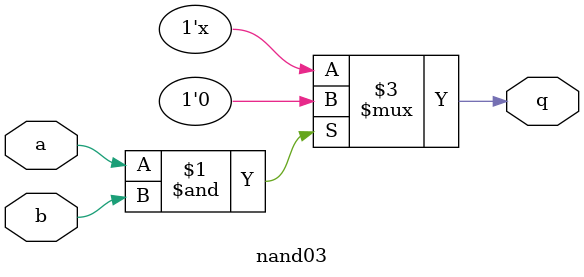
<source format=v>
`timescale 1ns/1ps

/*
74x03 open-collector NAND gate (one gate of 4)

Sources:
https://www.ti.com/lit/ds/symlink/sn74hc03.pdf
Timings:		rise		fall
SN74HC03		13ns*		10ns
*/

module nand03(
		input a,
		input b,
		output q
	);

	parameter RISE_TIME = 113, // * includes 100ns delay from pullup RC circuit
			  FALL_TIME = 10;
	
	assign #(RISE_TIME, FALL_TIME) q = ~(a & b) ? 1'bz : 1'b0;
endmodule
</source>
